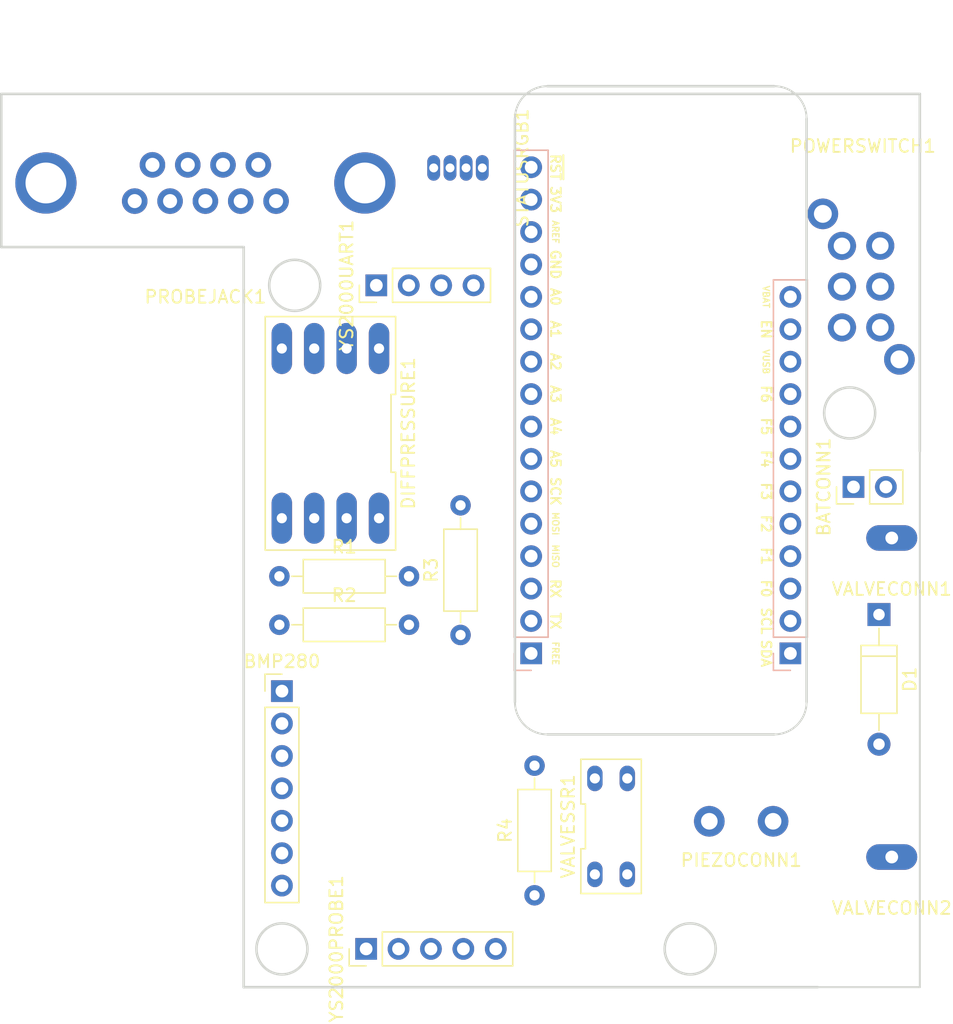
<source format=kicad_pcb>
(kicad_pcb (version 20171130) (host pcbnew 5.1.4-e60b266~84~ubuntu18.04.1)

  (general
    (thickness 1.6)
    (drawings 139)
    (tracks 0)
    (zones 0)
    (modules 23)
    (nets 29)
  )

  (page A4)
  (title_block
    (title WaveGlideNG)
  )

  (layers
    (0 F.Cu signal)
    (31 B.Cu signal)
    (32 B.Adhes user)
    (33 F.Adhes user)
    (34 B.Paste user)
    (35 F.Paste user)
    (36 B.SilkS user)
    (37 F.SilkS user)
    (38 B.Mask user)
    (39 F.Mask user)
    (40 Dwgs.User user)
    (41 Cmts.User user)
    (42 Eco1.User user)
    (43 Eco2.User user)
    (44 Edge.Cuts user)
    (45 Margin user)
    (46 B.CrtYd user)
    (47 F.CrtYd user)
    (48 B.Fab user)
    (49 F.Fab user)
  )

  (setup
    (last_trace_width 0.25)
    (trace_clearance 0.2)
    (zone_clearance 0.508)
    (zone_45_only no)
    (trace_min 0.2)
    (via_size 0.8)
    (via_drill 0.4)
    (via_min_size 0.4)
    (via_min_drill 0.3)
    (uvia_size 0.3)
    (uvia_drill 0.1)
    (uvias_allowed no)
    (uvia_min_size 0.2)
    (uvia_min_drill 0.1)
    (edge_width 0.15)
    (segment_width 0.2)
    (pcb_text_width 0.3)
    (pcb_text_size 1.5 1.5)
    (mod_edge_width 0.15)
    (mod_text_size 1 1)
    (mod_text_width 0.15)
    (pad_size 1.524 1.524)
    (pad_drill 0.762)
    (pad_to_mask_clearance 0.051)
    (solder_mask_min_width 0.25)
    (aux_axis_origin 0 0)
    (visible_elements FFFFFF7F)
    (pcbplotparams
      (layerselection 0x010fc_ffffffff)
      (usegerberextensions false)
      (usegerberattributes false)
      (usegerberadvancedattributes false)
      (creategerberjobfile false)
      (excludeedgelayer true)
      (linewidth 0.100000)
      (plotframeref false)
      (viasonmask false)
      (mode 1)
      (useauxorigin false)
      (hpglpennumber 1)
      (hpglpenspeed 20)
      (hpglpendiameter 15.000000)
      (psnegative false)
      (psa4output false)
      (plotreference true)
      (plotvalue true)
      (plotinvisibletext false)
      (padsonsilk false)
      (subtractmaskfromsilk false)
      (outputformat 1)
      (mirror false)
      (drillshape 1)
      (scaleselection 1)
      (outputdirectory ""))
  )

  (net 0 "")
  (net 1 /TX)
  (net 2 /RX)
  (net 3 /MISO)
  (net 4 /MOSI)
  (net 5 /SCK)
  (net 6 GND)
  (net 7 +3V3)
  (net 8 /VBAT)
  (net 9 OUT_BMP280_CS)
  (net 10 IN_DIFFPRES)
  (net 11 IN_USER2)
  (net 12 IN_USER1)
  (net 13 OUT_PIEZO1)
  (net 14 OUT_PIEZO2)
  (net 15 OUT_GREEN)
  (net 16 OUT_BLUE)
  (net 17 OUT_RED)
  (net 18 OUT_VALVE)
  (net 19 "Net-(D1-Pad1)")
  (net 20 "Net-(R1-Pad2)")
  (net 21 "Net-(R2-Pad2)")
  (net 22 "Net-(R3-Pad2)")
  (net 23 "Net-(R4-Pad1)")
  (net 24 PHOTO_CA)
  (net 25 PHOTO_AN)
  (net 26 RED_CA)
  (net 27 RED_AN)
  (net 28 POWERDISABLE)

  (net_class Default "This is the default net class."
    (clearance 0.2)
    (trace_width 0.25)
    (via_dia 0.8)
    (via_drill 0.4)
    (uvia_dia 0.3)
    (uvia_drill 0.1)
    (add_net +3V3)
    (add_net /MISO)
    (add_net /MOSI)
    (add_net /RX)
    (add_net /SCK)
    (add_net /TX)
    (add_net /VBAT)
    (add_net GND)
    (add_net IN_DIFFPRES)
    (add_net IN_USER1)
    (add_net IN_USER2)
    (add_net "Net-(D1-Pad1)")
    (add_net "Net-(R1-Pad2)")
    (add_net "Net-(R2-Pad2)")
    (add_net "Net-(R3-Pad2)")
    (add_net "Net-(R4-Pad1)")
    (add_net OUT_BLUE)
    (add_net OUT_BMP280_CS)
    (add_net OUT_GREEN)
    (add_net OUT_PIEZO1)
    (add_net OUT_PIEZO2)
    (add_net OUT_RED)
    (add_net OUT_VALVE)
    (add_net PHOTO_AN)
    (add_net PHOTO_CA)
    (add_net POWERDISABLE)
    (add_net RED_AN)
    (add_net RED_CA)
  )

  (net_class Power ""
    (clearance 0.4)
    (trace_width 0.75)
    (via_dia 0.8)
    (via_drill 0.4)
    (uvia_dia 0.3)
    (uvia_drill 0.1)
  )

  (module MountingHole:MountingHole_2.7mm_M2.5 locked (layer F.Cu) (tedit 5D377204) (tstamp 5D4FBE97)
    (at 136.785 123.8534 270)
    (descr "Mounting Hole 2.7mm, no annular, M2.5")
    (tags "mounting hole 2.7mm no annular m2.5")
    (attr virtual)
    (fp_text reference REF** (at 0 -3.7 90) (layer F.SilkS) hide
      (effects (font (size 1 1) (thickness 0.15)))
    )
    (fp_text value MountingHole_2.7mm_M2.5 (at 0 3.7 90) (layer F.Fab) hide
      (effects (font (size 1 1) (thickness 0.15)))
    )
    (fp_text user %R (at 0.3 0 90) (layer F.Fab) hide
      (effects (font (size 1 1) (thickness 0.15)))
    )
    (fp_circle (center 0 0) (end 2.7 0) (layer Cmts.User) (width 0.15))
    (fp_circle (center 0 0) (end 2.95 0) (layer F.CrtYd) (width 0.05))
    (pad 1 np_thru_hole circle (at 0 0 270) (size 2.7 2.7) (drill 2.7) (layers *.Cu *.Mask))
  )

  (module MountingHole:MountingHole_2.7mm_M2.5 locked (layer F.Cu) (tedit 5D377204) (tstamp 5D4FBE89)
    (at 119.005 123.8534 270)
    (descr "Mounting Hole 2.7mm, no annular, M2.5")
    (tags "mounting hole 2.7mm no annular m2.5")
    (attr virtual)
    (fp_text reference REF** (at 0 -3.7 90) (layer F.SilkS) hide
      (effects (font (size 1 1) (thickness 0.15)))
    )
    (fp_text value MountingHole_2.7mm_M2.5 (at 0 3.7 90) (layer F.Fab) hide
      (effects (font (size 1 1) (thickness 0.15)))
    )
    (fp_circle (center 0 0) (end 2.95 0) (layer F.CrtYd) (width 0.05))
    (fp_circle (center 0 0) (end 2.7 0) (layer Cmts.User) (width 0.15))
    (fp_text user %R (at 0.3 0 90) (layer F.Fab) hide
      (effects (font (size 1 1) (thickness 0.15)))
    )
    (pad 1 np_thru_hole circle (at 0 0 270) (size 2.7 2.7) (drill 2.7) (layers *.Cu *.Mask))
  )

  (module MountingHole:MountingHole_2.7mm_M2.5 locked (layer F.Cu) (tedit 5D377204) (tstamp 5D4FBE7B)
    (at 119.005 78.1334 270)
    (descr "Mounting Hole 2.7mm, no annular, M2.5")
    (tags "mounting hole 2.7mm no annular m2.5")
    (attr virtual)
    (fp_text reference REF** (at 0 -3.7 90) (layer F.SilkS) hide
      (effects (font (size 1 1) (thickness 0.15)))
    )
    (fp_text value MountingHole_2.7mm_M2.5 (at 0 3.7 90) (layer F.Fab) hide
      (effects (font (size 1 1) (thickness 0.15)))
    )
    (fp_text user %R (at 0.3 0 90) (layer F.Fab) hide
      (effects (font (size 1 1) (thickness 0.15)))
    )
    (fp_circle (center 0 0) (end 2.7 0) (layer Cmts.User) (width 0.15))
    (fp_circle (center 0 0) (end 2.95 0) (layer F.CrtYd) (width 0.05))
    (pad 1 np_thru_hole circle (at 0 0 270) (size 2.7 2.7) (drill 2.7) (layers *.Cu *.Mask))
  )

  (module MountingHole:MountingHole_2.7mm_M2.5 locked (layer F.Cu) (tedit 5D377204) (tstamp 5D4FBE61)
    (at 136.785 78.1334 270)
    (descr "Mounting Hole 2.7mm, no annular, M2.5")
    (tags "mounting hole 2.7mm no annular m2.5")
    (attr virtual)
    (fp_text reference REF** (at 0 -3.7 90) (layer F.SilkS) hide
      (effects (font (size 1 1) (thickness 0.15)))
    )
    (fp_text value MountingHole_2.7mm_M2.5 (at 0 3.7 90) (layer F.Fab) hide
      (effects (font (size 1 1) (thickness 0.15)))
    )
    (fp_circle (center 0 0) (end 2.95 0) (layer F.CrtYd) (width 0.05))
    (fp_circle (center 0 0) (end 2.7 0) (layer Cmts.User) (width 0.15))
    (fp_text user %R (at 0.3 0 90) (layer F.Fab) hide
      (effects (font (size 1 1) (thickness 0.15)))
    )
    (pad 1 np_thru_hole circle (at 0 0 270) (size 2.7 2.7) (drill 2.7) (layers *.Cu *.Mask))
  )

  (module Connector_PinHeader_2.54mm:PinHeader_1x16_P2.54mm_Vertical (layer B.Cu) (tedit 5D3772F9) (tstamp 5D4FBF56)
    (at 117.735 120.0434)
    (descr "Through hole straight pin header, 1x16, 2.54mm pitch, single row")
    (tags "Through hole pin header THT 1x16 2.54mm single row")
    (path /5D375C76)
    (fp_text reference FEATHERBLELONG1 (at 0 2.33) (layer B.SilkS) hide
      (effects (font (size 1 1) (thickness 0.15)) (justify mirror))
    )
    (fp_text value FEATHERBLELONG (at 0 -40.43) (layer B.Fab) hide
      (effects (font (size 1 1) (thickness 0.15)) (justify mirror))
    )
    (fp_line (start -0.635 1.27) (end 1.27 1.27) (layer B.Fab) (width 0.1))
    (fp_line (start 1.27 1.27) (end 1.27 -39.37) (layer B.Fab) (width 0.1))
    (fp_line (start 1.27 -39.37) (end -1.27 -39.37) (layer B.Fab) (width 0.1))
    (fp_line (start -1.27 -39.37) (end -1.27 0.635) (layer B.Fab) (width 0.1))
    (fp_line (start -1.27 0.635) (end -0.635 1.27) (layer B.Fab) (width 0.1))
    (fp_line (start -1.33 -39.43) (end 1.33 -39.43) (layer B.SilkS) (width 0.12))
    (fp_line (start -1.33 -1.27) (end -1.33 -39.43) (layer B.SilkS) (width 0.12))
    (fp_line (start 1.33 -1.27) (end 1.33 -39.43) (layer B.SilkS) (width 0.12))
    (fp_line (start -1.33 -1.27) (end 1.33 -1.27) (layer B.SilkS) (width 0.12))
    (fp_line (start -1.33 0) (end -1.33 1.33) (layer B.SilkS) (width 0.12))
    (fp_line (start -1.33 1.33) (end 0 1.33) (layer B.SilkS) (width 0.12))
    (fp_line (start -1.8 1.8) (end -1.8 -39.9) (layer B.CrtYd) (width 0.05))
    (fp_line (start -1.8 -39.9) (end 1.8 -39.9) (layer B.CrtYd) (width 0.05))
    (fp_line (start 1.8 -39.9) (end 1.8 1.8) (layer B.CrtYd) (width 0.05))
    (fp_line (start 1.8 1.8) (end -1.8 1.8) (layer B.CrtYd) (width 0.05))
    (fp_text user %R (at 0 -19.05 90) (layer B.Fab)
      (effects (font (size 1 1) (thickness 0.15)) (justify mirror))
    )
    (pad 1 thru_hole rect (at 0 0) (size 1.7 1.7) (drill 1) (layers *.Cu *.Mask))
    (pad 2 thru_hole oval (at 0 -2.54) (size 1.7 1.7) (drill 1) (layers *.Cu *.Mask)
      (net 1 /TX))
    (pad 3 thru_hole oval (at 0 -5.08) (size 1.7 1.7) (drill 1) (layers *.Cu *.Mask)
      (net 2 /RX))
    (pad 4 thru_hole oval (at 0 -7.62) (size 1.7 1.7) (drill 1) (layers *.Cu *.Mask)
      (net 3 /MISO))
    (pad 5 thru_hole oval (at 0 -10.16) (size 1.7 1.7) (drill 1) (layers *.Cu *.Mask)
      (net 4 /MOSI))
    (pad 6 thru_hole oval (at 0 -12.7) (size 1.7 1.7) (drill 1) (layers *.Cu *.Mask)
      (net 5 /SCK))
    (pad 7 thru_hole oval (at 0 -15.24) (size 1.7 1.7) (drill 1) (layers *.Cu *.Mask)
      (net 9 OUT_BMP280_CS))
    (pad 8 thru_hole oval (at 0 -17.78) (size 1.7 1.7) (drill 1) (layers *.Cu *.Mask)
      (net 10 IN_DIFFPRES))
    (pad 9 thru_hole oval (at 0 -20.32) (size 1.7 1.7) (drill 1) (layers *.Cu *.Mask))
    (pad 10 thru_hole oval (at 0 -22.86) (size 1.7 1.7) (drill 1) (layers *.Cu *.Mask)
      (net 11 IN_USER2))
    (pad 11 thru_hole oval (at 0 -25.4) (size 1.7 1.7) (drill 1) (layers *.Cu *.Mask)
      (net 12 IN_USER1))
    (pad 12 thru_hole oval (at 0 -27.94) (size 1.7 1.7) (drill 1) (layers *.Cu *.Mask))
    (pad 13 thru_hole oval (at 0 -30.48) (size 1.7 1.7) (drill 1) (layers *.Cu *.Mask)
      (net 6 GND))
    (pad 14 thru_hole oval (at 0 -33.02) (size 1.7 1.7) (drill 1) (layers *.Cu *.Mask))
    (pad 15 thru_hole oval (at 0 -35.56) (size 1.7 1.7) (drill 1) (layers *.Cu *.Mask)
      (net 7 +3V3))
    (pad 16 thru_hole oval (at 0 -38.1) (size 1.7 1.7) (drill 1) (layers *.Cu *.Mask))
    (model ${KISYS3DMOD}/Connector_PinHeader_2.54mm.3dshapes/PinHeader_1x16_P2.54mm_Vertical.wrl
      (at (xyz 0 0 0))
      (scale (xyz 1 1 1))
      (rotate (xyz 0 0 0))
    )
  )

  (module Connector_PinHeader_2.54mm:PinHeader_1x12_P2.54mm_Vertical (layer B.Cu) (tedit 5D3772F5) (tstamp 5D4FBF76)
    (at 138.055 120.0434)
    (descr "Through hole straight pin header, 1x12, 2.54mm pitch, single row")
    (tags "Through hole pin header THT 1x12 2.54mm single row")
    (path /5D375CC4)
    (fp_text reference FEATHERBLESHORT1 (at 0 2.33) (layer B.SilkS) hide
      (effects (font (size 1 1) (thickness 0.15)) (justify mirror))
    )
    (fp_text value FEATHERBLESHORT (at 0 -30.27) (layer B.Fab) hide
      (effects (font (size 1 1) (thickness 0.15)) (justify mirror))
    )
    (fp_line (start -0.635 1.27) (end 1.27 1.27) (layer B.Fab) (width 0.1))
    (fp_line (start 1.27 1.27) (end 1.27 -29.21) (layer B.Fab) (width 0.1))
    (fp_line (start 1.27 -29.21) (end -1.27 -29.21) (layer B.Fab) (width 0.1))
    (fp_line (start -1.27 -29.21) (end -1.27 0.635) (layer B.Fab) (width 0.1))
    (fp_line (start -1.27 0.635) (end -0.635 1.27) (layer B.Fab) (width 0.1))
    (fp_line (start -1.33 -29.27) (end 1.33 -29.27) (layer B.SilkS) (width 0.12))
    (fp_line (start -1.33 -1.27) (end -1.33 -29.27) (layer B.SilkS) (width 0.12))
    (fp_line (start 1.33 -1.27) (end 1.33 -29.27) (layer B.SilkS) (width 0.12))
    (fp_line (start -1.33 -1.27) (end 1.33 -1.27) (layer B.SilkS) (width 0.12))
    (fp_line (start -1.33 0) (end -1.33 1.33) (layer B.SilkS) (width 0.12))
    (fp_line (start -1.33 1.33) (end 0 1.33) (layer B.SilkS) (width 0.12))
    (fp_line (start -1.8 1.8) (end -1.8 -29.75) (layer B.CrtYd) (width 0.05))
    (fp_line (start -1.8 -29.75) (end 1.8 -29.75) (layer B.CrtYd) (width 0.05))
    (fp_line (start 1.8 -29.75) (end 1.8 1.8) (layer B.CrtYd) (width 0.05))
    (fp_line (start 1.8 1.8) (end -1.8 1.8) (layer B.CrtYd) (width 0.05))
    (fp_text user %R (at 0 -13.97 90) (layer B.Fab)
      (effects (font (size 1 1) (thickness 0.15)) (justify mirror))
    )
    (pad 1 thru_hole rect (at 0 0) (size 1.7 1.7) (drill 1) (layers *.Cu *.Mask))
    (pad 2 thru_hole oval (at 0 -2.54) (size 1.7 1.7) (drill 1) (layers *.Cu *.Mask))
    (pad 3 thru_hole oval (at 0 -5.08) (size 1.7 1.7) (drill 1) (layers *.Cu *.Mask)
      (net 13 OUT_PIEZO1))
    (pad 4 thru_hole oval (at 0 -7.62) (size 1.7 1.7) (drill 1) (layers *.Cu *.Mask)
      (net 14 OUT_PIEZO2))
    (pad 5 thru_hole oval (at 0 -10.16) (size 1.7 1.7) (drill 1) (layers *.Cu *.Mask))
    (pad 6 thru_hole oval (at 0 -12.7) (size 1.7 1.7) (drill 1) (layers *.Cu *.Mask)
      (net 15 OUT_GREEN))
    (pad 7 thru_hole oval (at 0 -15.24) (size 1.7 1.7) (drill 1) (layers *.Cu *.Mask)
      (net 16 OUT_BLUE))
    (pad 8 thru_hole oval (at 0 -17.78) (size 1.7 1.7) (drill 1) (layers *.Cu *.Mask)
      (net 17 OUT_RED))
    (pad 9 thru_hole oval (at 0 -20.32) (size 1.7 1.7) (drill 1) (layers *.Cu *.Mask)
      (net 18 OUT_VALVE))
    (pad 10 thru_hole oval (at 0 -22.86) (size 1.7 1.7) (drill 1) (layers *.Cu *.Mask))
    (pad 11 thru_hole oval (at 0 -25.4) (size 1.7 1.7) (drill 1) (layers *.Cu *.Mask)
      (net 28 POWERDISABLE))
    (pad 12 thru_hole oval (at 0 -27.94) (size 1.7 1.7) (drill 1) (layers *.Cu *.Mask)
      (net 8 /VBAT))
    (model ${KISYS3DMOD}/Connector_PinHeader_2.54mm.3dshapes/PinHeader_1x12_P2.54mm_Vertical.wrl
      (at (xyz 0 0 0))
      (scale (xyz 1 1 1))
      (rotate (xyz 0 0 0))
    )
  )

  (module Pin_Headers:Pin_Header_Straight_1x02_Pitch2.54mm (layer F.Cu) (tedit 59650532) (tstamp 5D7B94F9)
    (at 143 107 90)
    (descr "Through hole straight pin header, 1x02, 2.54mm pitch, single row")
    (tags "Through hole pin header THT 1x02 2.54mm single row")
    (path /5D7CE8BD)
    (fp_text reference BATCONN1 (at 0 -2.33 90) (layer F.SilkS)
      (effects (font (size 1 1) (thickness 0.15)))
    )
    (fp_text value BATCONN (at 0 4.87 90) (layer F.Fab)
      (effects (font (size 1 1) (thickness 0.15)))
    )
    (fp_text user %R (at 0 1.27) (layer F.Fab)
      (effects (font (size 1 1) (thickness 0.15)))
    )
    (fp_line (start 1.8 -1.8) (end -1.8 -1.8) (layer F.CrtYd) (width 0.05))
    (fp_line (start 1.8 4.35) (end 1.8 -1.8) (layer F.CrtYd) (width 0.05))
    (fp_line (start -1.8 4.35) (end 1.8 4.35) (layer F.CrtYd) (width 0.05))
    (fp_line (start -1.8 -1.8) (end -1.8 4.35) (layer F.CrtYd) (width 0.05))
    (fp_line (start -1.33 -1.33) (end 0 -1.33) (layer F.SilkS) (width 0.12))
    (fp_line (start -1.33 0) (end -1.33 -1.33) (layer F.SilkS) (width 0.12))
    (fp_line (start -1.33 1.27) (end 1.33 1.27) (layer F.SilkS) (width 0.12))
    (fp_line (start 1.33 1.27) (end 1.33 3.87) (layer F.SilkS) (width 0.12))
    (fp_line (start -1.33 1.27) (end -1.33 3.87) (layer F.SilkS) (width 0.12))
    (fp_line (start -1.33 3.87) (end 1.33 3.87) (layer F.SilkS) (width 0.12))
    (fp_line (start -1.27 -0.635) (end -0.635 -1.27) (layer F.Fab) (width 0.1))
    (fp_line (start -1.27 3.81) (end -1.27 -0.635) (layer F.Fab) (width 0.1))
    (fp_line (start 1.27 3.81) (end -1.27 3.81) (layer F.Fab) (width 0.1))
    (fp_line (start 1.27 -1.27) (end 1.27 3.81) (layer F.Fab) (width 0.1))
    (fp_line (start -0.635 -1.27) (end 1.27 -1.27) (layer F.Fab) (width 0.1))
    (pad 2 thru_hole oval (at 0 2.54 90) (size 1.7 1.7) (drill 1) (layers *.Cu *.Mask)
      (net 6 GND))
    (pad 1 thru_hole rect (at 0 0 90) (size 1.7 1.7) (drill 1) (layers *.Cu *.Mask)
      (net 8 /VBAT))
    (model ${KISYS3DMOD}/Pin_Headers.3dshapes/Pin_Header_Straight_1x02_Pitch2.54mm.wrl
      (at (xyz 0 0 0))
      (scale (xyz 1 1 1))
      (rotate (xyz 0 0 0))
    )
  )

  (module Pin_Headers:Pin_Header_Straight_1x07_Pitch2.54mm (layer F.Cu) (tedit 59650532) (tstamp 5D7B9955)
    (at 98.2 123)
    (descr "Through hole straight pin header, 1x07, 2.54mm pitch, single row")
    (tags "Through hole pin header THT 1x07 2.54mm single row")
    (path /5D7C07D6)
    (fp_text reference BMP280 (at 0 -2.33) (layer F.SilkS)
      (effects (font (size 1 1) (thickness 0.15)))
    )
    (fp_text value BMP280 (at 0 17.57) (layer F.Fab)
      (effects (font (size 1 1) (thickness 0.15)))
    )
    (fp_line (start -0.635 -1.27) (end 1.27 -1.27) (layer F.Fab) (width 0.1))
    (fp_line (start 1.27 -1.27) (end 1.27 16.51) (layer F.Fab) (width 0.1))
    (fp_line (start 1.27 16.51) (end -1.27 16.51) (layer F.Fab) (width 0.1))
    (fp_line (start -1.27 16.51) (end -1.27 -0.635) (layer F.Fab) (width 0.1))
    (fp_line (start -1.27 -0.635) (end -0.635 -1.27) (layer F.Fab) (width 0.1))
    (fp_line (start -1.33 16.57) (end 1.33 16.57) (layer F.SilkS) (width 0.12))
    (fp_line (start -1.33 1.27) (end -1.33 16.57) (layer F.SilkS) (width 0.12))
    (fp_line (start 1.33 1.27) (end 1.33 16.57) (layer F.SilkS) (width 0.12))
    (fp_line (start -1.33 1.27) (end 1.33 1.27) (layer F.SilkS) (width 0.12))
    (fp_line (start -1.33 0) (end -1.33 -1.33) (layer F.SilkS) (width 0.12))
    (fp_line (start -1.33 -1.33) (end 0 -1.33) (layer F.SilkS) (width 0.12))
    (fp_line (start -1.8 -1.8) (end -1.8 17.05) (layer F.CrtYd) (width 0.05))
    (fp_line (start -1.8 17.05) (end 1.8 17.05) (layer F.CrtYd) (width 0.05))
    (fp_line (start 1.8 17.05) (end 1.8 -1.8) (layer F.CrtYd) (width 0.05))
    (fp_line (start 1.8 -1.8) (end -1.8 -1.8) (layer F.CrtYd) (width 0.05))
    (fp_text user %R (at 0 7.62 90) (layer F.Fab)
      (effects (font (size 1 1) (thickness 0.15)))
    )
    (pad 1 thru_hole rect (at 0 0) (size 1.7 1.7) (drill 1) (layers *.Cu *.Mask)
      (net 7 +3V3))
    (pad 2 thru_hole oval (at 0 2.54) (size 1.7 1.7) (drill 1) (layers *.Cu *.Mask))
    (pad 3 thru_hole oval (at 0 5.08) (size 1.7 1.7) (drill 1) (layers *.Cu *.Mask)
      (net 6 GND))
    (pad 4 thru_hole oval (at 0 7.62) (size 1.7 1.7) (drill 1) (layers *.Cu *.Mask)
      (net 5 /SCK))
    (pad 5 thru_hole oval (at 0 10.16) (size 1.7 1.7) (drill 1) (layers *.Cu *.Mask)
      (net 3 /MISO))
    (pad 6 thru_hole oval (at 0 12.7) (size 1.7 1.7) (drill 1) (layers *.Cu *.Mask)
      (net 4 /MOSI))
    (pad 7 thru_hole oval (at 0 15.24) (size 1.7 1.7) (drill 1) (layers *.Cu *.Mask)
      (net 9 OUT_BMP280_CS))
    (model ${KISYS3DMOD}/Pin_Headers.3dshapes/Pin_Header_Straight_1x07_Pitch2.54mm.wrl
      (at (xyz 0 0 0))
      (scale (xyz 1 1 1))
      (rotate (xyz 0 0 0))
    )
  )

  (module Pin_Headers:Pin_Header_Straight_1x04_Pitch2.54mm (layer F.Cu) (tedit 59650532) (tstamp 5D7B9F75)
    (at 105.6 91.2 90)
    (descr "Through hole straight pin header, 1x04, 2.54mm pitch, single row")
    (tags "Through hole pin header THT 1x04 2.54mm single row")
    (path /5D7BE5D0)
    (fp_text reference YS2000UART1 (at 0 -2.33 90) (layer F.SilkS)
      (effects (font (size 1 1) (thickness 0.15)))
    )
    (fp_text value YS2000UART (at 0 9.95 90) (layer F.Fab)
      (effects (font (size 1 1) (thickness 0.15)))
    )
    (fp_text user %R (at 0 3.81) (layer F.Fab)
      (effects (font (size 1 1) (thickness 0.15)))
    )
    (fp_line (start 1.8 -1.8) (end -1.8 -1.8) (layer F.CrtYd) (width 0.05))
    (fp_line (start 1.8 9.4) (end 1.8 -1.8) (layer F.CrtYd) (width 0.05))
    (fp_line (start -1.8 9.4) (end 1.8 9.4) (layer F.CrtYd) (width 0.05))
    (fp_line (start -1.8 -1.8) (end -1.8 9.4) (layer F.CrtYd) (width 0.05))
    (fp_line (start -1.33 -1.33) (end 0 -1.33) (layer F.SilkS) (width 0.12))
    (fp_line (start -1.33 0) (end -1.33 -1.33) (layer F.SilkS) (width 0.12))
    (fp_line (start -1.33 1.27) (end 1.33 1.27) (layer F.SilkS) (width 0.12))
    (fp_line (start 1.33 1.27) (end 1.33 8.95) (layer F.SilkS) (width 0.12))
    (fp_line (start -1.33 1.27) (end -1.33 8.95) (layer F.SilkS) (width 0.12))
    (fp_line (start -1.33 8.95) (end 1.33 8.95) (layer F.SilkS) (width 0.12))
    (fp_line (start -1.27 -0.635) (end -0.635 -1.27) (layer F.Fab) (width 0.1))
    (fp_line (start -1.27 8.89) (end -1.27 -0.635) (layer F.Fab) (width 0.1))
    (fp_line (start 1.27 8.89) (end -1.27 8.89) (layer F.Fab) (width 0.1))
    (fp_line (start 1.27 -1.27) (end 1.27 8.89) (layer F.Fab) (width 0.1))
    (fp_line (start -0.635 -1.27) (end 1.27 -1.27) (layer F.Fab) (width 0.1))
    (pad 4 thru_hole oval (at 0 7.62 90) (size 1.7 1.7) (drill 1) (layers *.Cu *.Mask)
      (net 7 +3V3))
    (pad 3 thru_hole oval (at 0 5.08 90) (size 1.7 1.7) (drill 1) (layers *.Cu *.Mask)
      (net 6 GND))
    (pad 2 thru_hole oval (at 0 2.54 90) (size 1.7 1.7) (drill 1) (layers *.Cu *.Mask)
      (net 2 /RX))
    (pad 1 thru_hole rect (at 0 0 90) (size 1.7 1.7) (drill 1) (layers *.Cu *.Mask)
      (net 1 /TX))
    (model ${KISYS3DMOD}/Pin_Headers.3dshapes/Pin_Header_Straight_1x04_Pitch2.54mm.wrl
      (at (xyz 0 0 0))
      (scale (xyz 1 1 1))
      (rotate (xyz 0 0 0))
    )
  )

  (module Pin_Headers:Pin_Header_Straight_1x05_Pitch2.54mm (layer F.Cu) (tedit 59650532) (tstamp 5D7D6096)
    (at 104.8 143.2 90)
    (descr "Through hole straight pin header, 1x05, 2.54mm pitch, single row")
    (tags "Through hole pin header THT 1x05 2.54mm single row")
    (path /5D7BEFF5)
    (fp_text reference YS2000PROBE1 (at 0 -2.33 90) (layer F.SilkS)
      (effects (font (size 1 1) (thickness 0.15)))
    )
    (fp_text value YS2000PROBE (at 0 12.49 90) (layer F.Fab)
      (effects (font (size 1 1) (thickness 0.15)))
    )
    (fp_text user %R (at 0 5.08) (layer F.Fab)
      (effects (font (size 1 1) (thickness 0.15)))
    )
    (fp_line (start 1.8 -1.8) (end -1.8 -1.8) (layer F.CrtYd) (width 0.05))
    (fp_line (start 1.8 11.95) (end 1.8 -1.8) (layer F.CrtYd) (width 0.05))
    (fp_line (start -1.8 11.95) (end 1.8 11.95) (layer F.CrtYd) (width 0.05))
    (fp_line (start -1.8 -1.8) (end -1.8 11.95) (layer F.CrtYd) (width 0.05))
    (fp_line (start -1.33 -1.33) (end 0 -1.33) (layer F.SilkS) (width 0.12))
    (fp_line (start -1.33 0) (end -1.33 -1.33) (layer F.SilkS) (width 0.12))
    (fp_line (start -1.33 1.27) (end 1.33 1.27) (layer F.SilkS) (width 0.12))
    (fp_line (start 1.33 1.27) (end 1.33 11.49) (layer F.SilkS) (width 0.12))
    (fp_line (start -1.33 1.27) (end -1.33 11.49) (layer F.SilkS) (width 0.12))
    (fp_line (start -1.33 11.49) (end 1.33 11.49) (layer F.SilkS) (width 0.12))
    (fp_line (start -1.27 -0.635) (end -0.635 -1.27) (layer F.Fab) (width 0.1))
    (fp_line (start -1.27 11.43) (end -1.27 -0.635) (layer F.Fab) (width 0.1))
    (fp_line (start 1.27 11.43) (end -1.27 11.43) (layer F.Fab) (width 0.1))
    (fp_line (start 1.27 -1.27) (end 1.27 11.43) (layer F.Fab) (width 0.1))
    (fp_line (start -0.635 -1.27) (end 1.27 -1.27) (layer F.Fab) (width 0.1))
    (pad 5 thru_hole oval (at 0 10.16 90) (size 1.7 1.7) (drill 1) (layers *.Cu *.Mask)
      (net 24 PHOTO_CA))
    (pad 4 thru_hole oval (at 0 7.62 90) (size 1.7 1.7) (drill 1) (layers *.Cu *.Mask)
      (net 25 PHOTO_AN))
    (pad 3 thru_hole oval (at 0 5.08 90) (size 1.7 1.7) (drill 1) (layers *.Cu *.Mask)
      (net 6 GND))
    (pad 2 thru_hole oval (at 0 2.54 90) (size 1.7 1.7) (drill 1) (layers *.Cu *.Mask)
      (net 26 RED_CA))
    (pad 1 thru_hole rect (at 0 0 90) (size 1.7 1.7) (drill 1) (layers *.Cu *.Mask)
      (net 27 RED_AN))
    (model ${KISYS3DMOD}/Pin_Headers.3dshapes/Pin_Header_Straight_1x05_Pitch2.54mm.wrl
      (at (xyz 0 0 0))
      (scale (xyz 1 1 1))
      (rotate (xyz 0 0 0))
    )
  )

  (module WaveGlideNG:TE_Switch (layer F.Cu) (tedit 5D7BAAC7) (tstamp 5D7BAF3E)
    (at 146.6 97)
    (path /5DD26A59)
    (fp_text reference POWERSWITCH1 (at -2.8702 -16.7132) (layer F.SilkS)
      (effects (font (size 1 1) (thickness 0.15)))
    )
    (fp_text value POWERSWITCH (at -3.048 -19.558) (layer F.Fab)
      (effects (font (size 1 1) (thickness 0.15)))
    )
    (fp_line (start -7.112 -12.7) (end -7.112 1.27) (layer Dwgs.User) (width 0.12))
    (fp_line (start 1.016 -12.7) (end 1.016 1.27) (layer Dwgs.User) (width 0.12))
    (fp_line (start -6.096 -27.94) (end 0 -27.94) (layer Dwgs.User) (width 0.12))
    (fp_line (start -6.096 -12.7) (end -6.096 -27.94) (layer Dwgs.User) (width 0.12))
    (fp_line (start 0 -27.94) (end 0 -12.7) (layer Dwgs.User) (width 0.12))
    (fp_line (start -7.112 1.27) (end 1.016 1.27) (layer Dwgs.User) (width 0.12))
    (fp_line (start 0 -12.7) (end 1.016 -12.7) (layer Dwgs.User) (width 0.12))
    (fp_line (start -7.112 -12.7) (end -6.096 -12.7) (layer Dwgs.User) (width 0.12))
    (pad 1 thru_hole circle (at -4.5 -2.5) (size 2.2 2.2) (drill 1.3) (layers *.Cu *.Mask)
      (net 28 POWERDISABLE))
    (pad 2 thru_hole circle (at -4.5 -5.7) (size 2.2 2.2) (drill 1.3) (layers *.Cu *.Mask)
      (net 6 GND))
    (pad 3 thru_hole circle (at -4.5 -8.89) (size 2.2 2.2) (drill 1.3) (layers *.Cu *.Mask))
    (pad 4 thru_hole circle (at -1.5 -2.5) (size 2.2 2.2) (drill 1.3) (layers *.Cu *.Mask))
    (pad 5 thru_hole circle (at -1.5 -5.7) (size 2.2 2.2) (drill 1.3) (layers *.Cu *.Mask))
    (pad 6 thru_hole circle (at -1.5 -8.9) (size 2.2 2.2) (drill 1.3) (layers *.Cu *.Mask))
    (pad 7 thru_hole circle (at -6 -11.4) (size 2.4 2.4) (drill 1.4) (layers *.Cu *.Mask))
    (pad 8 thru_hole circle (at 0 0) (size 2.4 2.4) (drill 1.4) (layers *.Cu *.Mask))
  )

  (module WaveGlideNG:DIFFPRESS (layer F.Cu) (tedit 5D7BAC5C) (tstamp 5D7D51C3)
    (at 102 102.8 180)
    (descr SSCMRRN001PDAA3)
    (path /5D8F224A)
    (fp_text reference DIFFPRESSURE1 (at -6.11 0 90) (layer F.SilkS)
      (effects (font (size 1 1) (thickness 0.15)))
    )
    (fp_text value PressSensor (at 0 0) (layer F.Fab)
      (effects (font (size 1 1) (thickness 0.15)))
    )
    (fp_line (start -5.11 9.15) (end 5.109999 9.15) (layer F.SilkS) (width 0.12))
    (fp_line (start 5.109999 9.15) (end 5.11 -9.15) (layer F.SilkS) (width 0.12))
    (fp_line (start 5.11 -9.15) (end -5.109999 -9.15) (layer F.SilkS) (width 0.12))
    (fp_line (start -5.109999 -9.15) (end -5.11 -3.05) (layer F.SilkS) (width 0.12))
    (fp_line (start -5.11 -3.05) (end -4.75 -3.05) (layer F.SilkS) (width 0.12))
    (fp_line (start -4.75 -3.05) (end -4.75 3.049999) (layer F.SilkS) (width 0.12))
    (fp_line (start -4.75 3.049999) (end -5.11 3.049999) (layer F.SilkS) (width 0.12))
    (fp_line (start -5.11 3.049999) (end -5.11 9.15) (layer F.SilkS) (width 0.12))
    (fp_line (start -4.86 -8.9) (end 4.86 -8.9) (layer F.CrtYd) (width 0.05))
    (fp_line (start 4.86 -8.9) (end 4.86 8.9) (layer F.CrtYd) (width 0.05))
    (fp_line (start 4.86 8.9) (end -4.86 8.9) (layer F.CrtYd) (width 0.05))
    (fp_line (start -4.86 8.9) (end -4.86 -8.9) (layer F.CrtYd) (width 0.05))
    (pad 8 thru_hole oval (at -3.81 -6.65 180) (size 1.6 4) (drill 0.8) (layers *.Cu *.Mask))
    (pad 1 thru_hole oval (at -3.81 6.65 180) (size 1.6 4) (drill 0.8) (layers *.Cu *.Mask))
    (pad 7 thru_hole oval (at -1.27 -6.65 180) (size 1.6 4) (drill 0.8) (layers *.Cu *.Mask))
    (pad 2 thru_hole oval (at -1.27 6.65 180) (size 1.6 4) (drill 0.8) (layers *.Cu *.Mask)
      (net 7 +3V3))
    (pad 6 thru_hole oval (at 1.27 -6.65 180) (size 1.6 4) (drill 0.8) (layers *.Cu *.Mask))
    (pad 3 thru_hole oval (at 1.27 6.65 180) (size 1.6 4) (drill 0.8) (layers *.Cu *.Mask)
      (net 10 IN_DIFFPRES))
    (pad 5 thru_hole oval (at 3.81 -6.65 180) (size 1.6 4) (drill 0.8) (layers *.Cu *.Mask))
    (pad 4 thru_hole oval (at 3.81 6.65 180) (size 1.6 4) (drill 0.8) (layers *.Cu *.Mask)
      (net 6 GND))
  )

  (module WaveGlideNG:PIEZO (layer F.Cu) (tedit 5D7BAE85) (tstamp 5D7BB1A8)
    (at 134.2 133.2)
    (path /5D7D39D8)
    (fp_text reference PIEZOCONN1 (at 0 3.048) (layer F.SilkS)
      (effects (font (size 1 1) (thickness 0.15)))
    )
    (fp_text value PIEZOCONN (at 0 -3.302) (layer F.Fab)
      (effects (font (size 1 1) (thickness 0.15)))
    )
    (fp_circle (center 0 0) (end 6.096 0) (layer Dwgs.User) (width 0.12))
    (pad 1 thru_hole circle (at -2.5 0) (size 2.4 2.4) (drill 1.3) (layers *.Cu *.Mask)
      (net 13 OUT_PIEZO1))
    (pad 2 thru_hole circle (at 2.5 0) (size 2.4 2.4) (drill 1.3) (layers *.Cu *.Mask)
      (net 14 OUT_PIEZO2))
  )

  (module WaveGlideNG:DB9HARTING (layer F.Cu) (tedit 5D7BB8B1) (tstamp 5D7D5D2D)
    (at 92.2 84.6 180)
    (descr 617-09681537611)
    (path /5D7C2ECE)
    (fp_text reference PROBEJACK1 (at 0 -7.5) (layer F.SilkS)
      (effects (font (size 1 1) (thickness 0.15)))
    )
    (fp_text value PROBEJACK (at 0 -10) (layer F.Fab)
      (effects (font (size 1 1) (thickness 0.15)))
    )
    (fp_line (start -8.2 9.5) (end -8.2 15.7) (layer Dwgs.User) (width 0.12))
    (fp_line (start 8.2 9.5) (end 8.2 15.7) (layer Dwgs.User) (width 0.12))
    (fp_line (start 8.2 15.7) (end -8.2 15.7) (layer Dwgs.User) (width 0.12))
    (fp_line (start 0 9.5) (end -15.5 9.5) (layer Dwgs.User) (width 0.12))
    (fp_line (start 0 9.5) (end 15.5 9.5) (layer Dwgs.User) (width 0.12))
    (fp_line (start 15.5 -1.08) (end -15.5 -1.08) (layer Dwgs.User) (width 0.12))
    (fp_line (start -15.5 -1.08) (end -15.5 9.5) (layer Dwgs.User) (width 0.12))
    (fp_line (start 15.5 -1.08) (end 15.5 9.5) (layer Dwgs.User) (width 0.12))
    (pad 1 thru_hole circle (at 5.54 0 180) (size 2 2) (drill 1.1) (layers *.Cu *.Mask)
      (net 6 GND))
    (pad 2 thru_hole circle (at 2.77 0 180) (size 2 2) (drill 1.1) (layers *.Cu *.Mask)
      (net 26 RED_CA))
    (pad 3 thru_hole circle (at 0 0 180) (size 2 2) (drill 1.1) (layers *.Cu *.Mask)
      (net 27 RED_AN))
    (pad 4 thru_hole circle (at -2.77 0 180) (size 2 2) (drill 1.1) (layers *.Cu *.Mask)
      (net 12 IN_USER1))
    (pad 5 thru_hole circle (at -5.54 0 180) (size 2 2) (drill 1.1) (layers *.Cu *.Mask)
      (net 25 PHOTO_AN))
    (pad 6 thru_hole circle (at 4.15 2.84 180) (size 2 2) (drill 1.1) (layers *.Cu *.Mask)
      (net 6 GND))
    (pad 7 thru_hole circle (at 1.38 2.84 180) (size 2 2) (drill 1.1) (layers *.Cu *.Mask)
      (net 6 GND))
    (pad 8 thru_hole circle (at -1.38 2.84 180) (size 2 2) (drill 1.1) (layers *.Cu *.Mask)
      (net 11 IN_USER2))
    (pad 9 thru_hole circle (at -4.15 2.84 180) (size 2 2) (drill 1.1) (layers *.Cu *.Mask)
      (net 24 PHOTO_CA))
    (pad 10 thru_hole circle (at 12.5 1.42 180) (size 4.8 4.8) (drill 3.2) (layers *.Cu *.Mask))
    (pad 11 thru_hole circle (at -12.5 1.42 180) (size 4.8 4.8) (drill 3.2) (layers *.Cu *.Mask))
  )

  (module WaveGlideNG:RGBA_5mm (layer F.Cu) (tedit 5D7BBD87) (tstamp 5D7BBF11)
    (at 112 82 90)
    (descr 604-WP154A43VBDZGWCA)
    (path /5D9103E6)
    (fp_text reference STATUSRGB1 (at 0 5 90) (layer F.SilkS)
      (effects (font (size 1 1) (thickness 0.15)))
    )
    (fp_text value STATUSRGB (at 0 -5 90) (layer F.Fab)
      (effects (font (size 1 1) (thickness 0.15)))
    )
    (fp_circle (center 0 0) (end 3 0) (layer Dwgs.User) (width 0.12))
    (fp_line (start -1.5 -2.6) (end 1.5 -2.6) (layer Dwgs.User) (width 0.12))
    (pad 1 thru_hole oval (at 0 -1.905 90) (size 2 1) (drill 0.7) (layers *.Cu *.Mask)
      (net 20 "Net-(R1-Pad2)"))
    (pad 2 thru_hole oval (at 0 -0.625 90) (size 2 1) (drill 0.7) (layers *.Cu *.Mask)
      (net 7 +3V3))
    (pad 3 thru_hole oval (at 0 0.635 90) (size 2 1) (drill 0.7) (layers *.Cu *.Mask)
      (net 21 "Net-(R2-Pad2)"))
    (pad 4 thru_hole oval (at 0 1.905 90) (size 2 1) (drill 0.7) (layers *.Cu *.Mask)
      (net 22 "Net-(R3-Pad2)"))
  )

  (module Diodes_ThroughHole:D_A-405_P10.16mm_Horizontal (layer F.Cu) (tedit 5921392E) (tstamp 5D7D4E24)
    (at 145 117 270)
    (descr "D, A-405 series, Axial, Horizontal, pin pitch=10.16mm, , length*diameter=5.2*2.7mm^2, , http://www.diodes.com/_files/packages/A-405.pdf")
    (tags "D A-405 series Axial Horizontal pin pitch 10.16mm  length 5.2mm diameter 2.7mm")
    (path /5D7CBF0A)
    (fp_text reference D1 (at 5.08 -2.41 90) (layer F.SilkS)
      (effects (font (size 1 1) (thickness 0.15)))
    )
    (fp_text value D (at 5.08 2.41 90) (layer F.Fab)
      (effects (font (size 1 1) (thickness 0.15)))
    )
    (fp_line (start 11.35 -1.7) (end -1.15 -1.7) (layer F.CrtYd) (width 0.05))
    (fp_line (start 11.35 1.7) (end 11.35 -1.7) (layer F.CrtYd) (width 0.05))
    (fp_line (start -1.15 1.7) (end 11.35 1.7) (layer F.CrtYd) (width 0.05))
    (fp_line (start -1.15 -1.7) (end -1.15 1.7) (layer F.CrtYd) (width 0.05))
    (fp_line (start 3.26 -1.41) (end 3.26 1.41) (layer F.SilkS) (width 0.12))
    (fp_line (start 9.08 0) (end 7.74 0) (layer F.SilkS) (width 0.12))
    (fp_line (start 1.08 0) (end 2.42 0) (layer F.SilkS) (width 0.12))
    (fp_line (start 7.74 -1.41) (end 2.42 -1.41) (layer F.SilkS) (width 0.12))
    (fp_line (start 7.74 1.41) (end 7.74 -1.41) (layer F.SilkS) (width 0.12))
    (fp_line (start 2.42 1.41) (end 7.74 1.41) (layer F.SilkS) (width 0.12))
    (fp_line (start 2.42 -1.41) (end 2.42 1.41) (layer F.SilkS) (width 0.12))
    (fp_line (start 3.26 -1.35) (end 3.26 1.35) (layer F.Fab) (width 0.1))
    (fp_line (start 10.16 0) (end 7.68 0) (layer F.Fab) (width 0.1))
    (fp_line (start 0 0) (end 2.48 0) (layer F.Fab) (width 0.1))
    (fp_line (start 7.68 -1.35) (end 2.48 -1.35) (layer F.Fab) (width 0.1))
    (fp_line (start 7.68 1.35) (end 7.68 -1.35) (layer F.Fab) (width 0.1))
    (fp_line (start 2.48 1.35) (end 7.68 1.35) (layer F.Fab) (width 0.1))
    (fp_line (start 2.48 -1.35) (end 2.48 1.35) (layer F.Fab) (width 0.1))
    (fp_text user %R (at 5.08 0 90) (layer F.Fab)
      (effects (font (size 1 1) (thickness 0.15)))
    )
    (pad 2 thru_hole oval (at 10.16 0 270) (size 1.8 1.8) (drill 0.9) (layers *.Cu *.Mask)
      (net 6 GND))
    (pad 1 thru_hole rect (at 0 0 270) (size 1.8 1.8) (drill 0.9) (layers *.Cu *.Mask)
      (net 19 "Net-(D1-Pad1)"))
    (model ${KISYS3DMOD}/Diodes_THT.3dshapes/D_A-405_P10.16mm_Horizontal.wrl
      (at (xyz 0 0 0))
      (scale (xyz 0.393701 0.393701 0.393701))
      (rotate (xyz 0 0 0))
    )
  )

  (module Resistors_ThroughHole:R_Axial_DIN0207_L6.3mm_D2.5mm_P10.16mm_Horizontal (layer F.Cu) (tedit 5874F706) (tstamp 5D7D4E3C)
    (at 98 114)
    (descr "Resistor, Axial_DIN0207 series, Axial, Horizontal, pin pitch=10.16mm, 0.25W = 1/4W, length*diameter=6.3*2.5mm^2, http://cdn-reichelt.de/documents/datenblatt/B400/1_4W%23YAG.pdf")
    (tags "Resistor Axial_DIN0207 series Axial Horizontal pin pitch 10.16mm 0.25W = 1/4W length 6.3mm diameter 2.5mm")
    (path /5D918C97)
    (fp_text reference R1 (at 5.08 -2.31) (layer F.SilkS)
      (effects (font (size 1 1) (thickness 0.15)))
    )
    (fp_text value 120 (at 5.08 2.31) (layer F.Fab)
      (effects (font (size 1 1) (thickness 0.15)))
    )
    (fp_line (start 11.25 -1.6) (end -1.05 -1.6) (layer F.CrtYd) (width 0.05))
    (fp_line (start 11.25 1.6) (end 11.25 -1.6) (layer F.CrtYd) (width 0.05))
    (fp_line (start -1.05 1.6) (end 11.25 1.6) (layer F.CrtYd) (width 0.05))
    (fp_line (start -1.05 -1.6) (end -1.05 1.6) (layer F.CrtYd) (width 0.05))
    (fp_line (start 9.18 0) (end 8.29 0) (layer F.SilkS) (width 0.12))
    (fp_line (start 0.98 0) (end 1.87 0) (layer F.SilkS) (width 0.12))
    (fp_line (start 8.29 -1.31) (end 1.87 -1.31) (layer F.SilkS) (width 0.12))
    (fp_line (start 8.29 1.31) (end 8.29 -1.31) (layer F.SilkS) (width 0.12))
    (fp_line (start 1.87 1.31) (end 8.29 1.31) (layer F.SilkS) (width 0.12))
    (fp_line (start 1.87 -1.31) (end 1.87 1.31) (layer F.SilkS) (width 0.12))
    (fp_line (start 10.16 0) (end 8.23 0) (layer F.Fab) (width 0.1))
    (fp_line (start 0 0) (end 1.93 0) (layer F.Fab) (width 0.1))
    (fp_line (start 8.23 -1.25) (end 1.93 -1.25) (layer F.Fab) (width 0.1))
    (fp_line (start 8.23 1.25) (end 8.23 -1.25) (layer F.Fab) (width 0.1))
    (fp_line (start 1.93 1.25) (end 8.23 1.25) (layer F.Fab) (width 0.1))
    (fp_line (start 1.93 -1.25) (end 1.93 1.25) (layer F.Fab) (width 0.1))
    (pad 2 thru_hole oval (at 10.16 0) (size 1.6 1.6) (drill 0.8) (layers *.Cu *.Mask)
      (net 20 "Net-(R1-Pad2)"))
    (pad 1 thru_hole circle (at 0 0) (size 1.6 1.6) (drill 0.8) (layers *.Cu *.Mask)
      (net 17 OUT_RED))
    (model ${KISYS3DMOD}/Resistors_THT.3dshapes/R_Axial_DIN0207_L6.3mm_D2.5mm_P10.16mm_Horizontal.wrl
      (at (xyz 0 0 0))
      (scale (xyz 0.393701 0.393701 0.393701))
      (rotate (xyz 0 0 0))
    )
  )

  (module Resistors_ThroughHole:R_Axial_DIN0207_L6.3mm_D2.5mm_P10.16mm_Horizontal (layer F.Cu) (tedit 5874F706) (tstamp 5D7D4E51)
    (at 98 117.8)
    (descr "Resistor, Axial_DIN0207 series, Axial, Horizontal, pin pitch=10.16mm, 0.25W = 1/4W, length*diameter=6.3*2.5mm^2, http://cdn-reichelt.de/documents/datenblatt/B400/1_4W%23YAG.pdf")
    (tags "Resistor Axial_DIN0207 series Axial Horizontal pin pitch 10.16mm 0.25W = 1/4W length 6.3mm diameter 2.5mm")
    (path /5D9190FB)
    (fp_text reference R2 (at 5.08 -2.31) (layer F.SilkS)
      (effects (font (size 1 1) (thickness 0.15)))
    )
    (fp_text value 30 (at 5.08 2.31) (layer F.Fab)
      (effects (font (size 1 1) (thickness 0.15)))
    )
    (fp_line (start 1.93 -1.25) (end 1.93 1.25) (layer F.Fab) (width 0.1))
    (fp_line (start 1.93 1.25) (end 8.23 1.25) (layer F.Fab) (width 0.1))
    (fp_line (start 8.23 1.25) (end 8.23 -1.25) (layer F.Fab) (width 0.1))
    (fp_line (start 8.23 -1.25) (end 1.93 -1.25) (layer F.Fab) (width 0.1))
    (fp_line (start 0 0) (end 1.93 0) (layer F.Fab) (width 0.1))
    (fp_line (start 10.16 0) (end 8.23 0) (layer F.Fab) (width 0.1))
    (fp_line (start 1.87 -1.31) (end 1.87 1.31) (layer F.SilkS) (width 0.12))
    (fp_line (start 1.87 1.31) (end 8.29 1.31) (layer F.SilkS) (width 0.12))
    (fp_line (start 8.29 1.31) (end 8.29 -1.31) (layer F.SilkS) (width 0.12))
    (fp_line (start 8.29 -1.31) (end 1.87 -1.31) (layer F.SilkS) (width 0.12))
    (fp_line (start 0.98 0) (end 1.87 0) (layer F.SilkS) (width 0.12))
    (fp_line (start 9.18 0) (end 8.29 0) (layer F.SilkS) (width 0.12))
    (fp_line (start -1.05 -1.6) (end -1.05 1.6) (layer F.CrtYd) (width 0.05))
    (fp_line (start -1.05 1.6) (end 11.25 1.6) (layer F.CrtYd) (width 0.05))
    (fp_line (start 11.25 1.6) (end 11.25 -1.6) (layer F.CrtYd) (width 0.05))
    (fp_line (start 11.25 -1.6) (end -1.05 -1.6) (layer F.CrtYd) (width 0.05))
    (pad 1 thru_hole circle (at 0 0) (size 1.6 1.6) (drill 0.8) (layers *.Cu *.Mask)
      (net 16 OUT_BLUE))
    (pad 2 thru_hole oval (at 10.16 0) (size 1.6 1.6) (drill 0.8) (layers *.Cu *.Mask)
      (net 21 "Net-(R2-Pad2)"))
    (model ${KISYS3DMOD}/Resistors_THT.3dshapes/R_Axial_DIN0207_L6.3mm_D2.5mm_P10.16mm_Horizontal.wrl
      (at (xyz 0 0 0))
      (scale (xyz 0.393701 0.393701 0.393701))
      (rotate (xyz 0 0 0))
    )
  )

  (module Resistors_ThroughHole:R_Axial_DIN0207_L6.3mm_D2.5mm_P10.16mm_Horizontal (layer F.Cu) (tedit 5874F706) (tstamp 5D7D4E66)
    (at 112.2 118.6 90)
    (descr "Resistor, Axial_DIN0207 series, Axial, Horizontal, pin pitch=10.16mm, 0.25W = 1/4W, length*diameter=6.3*2.5mm^2, http://cdn-reichelt.de/documents/datenblatt/B400/1_4W%23YAG.pdf")
    (tags "Resistor Axial_DIN0207 series Axial Horizontal pin pitch 10.16mm 0.25W = 1/4W length 6.3mm diameter 2.5mm")
    (path /5D91933B)
    (fp_text reference R3 (at 5.08 -2.31 90) (layer F.SilkS)
      (effects (font (size 1 1) (thickness 0.15)))
    )
    (fp_text value 10 (at 5.08 2.31 90) (layer F.Fab)
      (effects (font (size 1 1) (thickness 0.15)))
    )
    (fp_line (start 11.25 -1.6) (end -1.05 -1.6) (layer F.CrtYd) (width 0.05))
    (fp_line (start 11.25 1.6) (end 11.25 -1.6) (layer F.CrtYd) (width 0.05))
    (fp_line (start -1.05 1.6) (end 11.25 1.6) (layer F.CrtYd) (width 0.05))
    (fp_line (start -1.05 -1.6) (end -1.05 1.6) (layer F.CrtYd) (width 0.05))
    (fp_line (start 9.18 0) (end 8.29 0) (layer F.SilkS) (width 0.12))
    (fp_line (start 0.98 0) (end 1.87 0) (layer F.SilkS) (width 0.12))
    (fp_line (start 8.29 -1.31) (end 1.87 -1.31) (layer F.SilkS) (width 0.12))
    (fp_line (start 8.29 1.31) (end 8.29 -1.31) (layer F.SilkS) (width 0.12))
    (fp_line (start 1.87 1.31) (end 8.29 1.31) (layer F.SilkS) (width 0.12))
    (fp_line (start 1.87 -1.31) (end 1.87 1.31) (layer F.SilkS) (width 0.12))
    (fp_line (start 10.16 0) (end 8.23 0) (layer F.Fab) (width 0.1))
    (fp_line (start 0 0) (end 1.93 0) (layer F.Fab) (width 0.1))
    (fp_line (start 8.23 -1.25) (end 1.93 -1.25) (layer F.Fab) (width 0.1))
    (fp_line (start 8.23 1.25) (end 8.23 -1.25) (layer F.Fab) (width 0.1))
    (fp_line (start 1.93 1.25) (end 8.23 1.25) (layer F.Fab) (width 0.1))
    (fp_line (start 1.93 -1.25) (end 1.93 1.25) (layer F.Fab) (width 0.1))
    (pad 2 thru_hole oval (at 10.16 0 90) (size 1.6 1.6) (drill 0.8) (layers *.Cu *.Mask)
      (net 22 "Net-(R3-Pad2)"))
    (pad 1 thru_hole circle (at 0 0 90) (size 1.6 1.6) (drill 0.8) (layers *.Cu *.Mask)
      (net 15 OUT_GREEN))
    (model ${KISYS3DMOD}/Resistors_THT.3dshapes/R_Axial_DIN0207_L6.3mm_D2.5mm_P10.16mm_Horizontal.wrl
      (at (xyz 0 0 0))
      (scale (xyz 0.393701 0.393701 0.393701))
      (rotate (xyz 0 0 0))
    )
  )

  (module Resistors_ThroughHole:R_Axial_DIN0207_L6.3mm_D2.5mm_P10.16mm_Horizontal (layer F.Cu) (tedit 5874F706) (tstamp 5D7D4ECB)
    (at 118 139 90)
    (descr "Resistor, Axial_DIN0207 series, Axial, Horizontal, pin pitch=10.16mm, 0.25W = 1/4W, length*diameter=6.3*2.5mm^2, http://cdn-reichelt.de/documents/datenblatt/B400/1_4W%23YAG.pdf")
    (tags "Resistor Axial_DIN0207 series Axial Horizontal pin pitch 10.16mm 0.25W = 1/4W length 6.3mm diameter 2.5mm")
    (path /5D7CD526)
    (fp_text reference R4 (at 5.08 -2.31 90) (layer F.SilkS)
      (effects (font (size 1 1) (thickness 0.15)))
    )
    (fp_text value 360 (at 5.08 2.31 90) (layer F.Fab)
      (effects (font (size 1 1) (thickness 0.15)))
    )
    (fp_line (start 11.25 -1.6) (end -1.05 -1.6) (layer F.CrtYd) (width 0.05))
    (fp_line (start 11.25 1.6) (end 11.25 -1.6) (layer F.CrtYd) (width 0.05))
    (fp_line (start -1.05 1.6) (end 11.25 1.6) (layer F.CrtYd) (width 0.05))
    (fp_line (start -1.05 -1.6) (end -1.05 1.6) (layer F.CrtYd) (width 0.05))
    (fp_line (start 9.18 0) (end 8.29 0) (layer F.SilkS) (width 0.12))
    (fp_line (start 0.98 0) (end 1.87 0) (layer F.SilkS) (width 0.12))
    (fp_line (start 8.29 -1.31) (end 1.87 -1.31) (layer F.SilkS) (width 0.12))
    (fp_line (start 8.29 1.31) (end 8.29 -1.31) (layer F.SilkS) (width 0.12))
    (fp_line (start 1.87 1.31) (end 8.29 1.31) (layer F.SilkS) (width 0.12))
    (fp_line (start 1.87 -1.31) (end 1.87 1.31) (layer F.SilkS) (width 0.12))
    (fp_line (start 10.16 0) (end 8.23 0) (layer F.Fab) (width 0.1))
    (fp_line (start 0 0) (end 1.93 0) (layer F.Fab) (width 0.1))
    (fp_line (start 8.23 -1.25) (end 1.93 -1.25) (layer F.Fab) (width 0.1))
    (fp_line (start 8.23 1.25) (end 8.23 -1.25) (layer F.Fab) (width 0.1))
    (fp_line (start 1.93 1.25) (end 8.23 1.25) (layer F.Fab) (width 0.1))
    (fp_line (start 1.93 -1.25) (end 1.93 1.25) (layer F.Fab) (width 0.1))
    (pad 2 thru_hole oval (at 10.16 0 90) (size 1.6 1.6) (drill 0.8) (layers *.Cu *.Mask)
      (net 18 OUT_VALVE))
    (pad 1 thru_hole circle (at 0 0 90) (size 1.6 1.6) (drill 0.8) (layers *.Cu *.Mask)
      (net 23 "Net-(R4-Pad1)"))
    (model ${KISYS3DMOD}/Resistors_THT.3dshapes/R_Axial_DIN0207_L6.3mm_D2.5mm_P10.16mm_Horizontal.wrl
      (at (xyz 0 0 0))
      (scale (xyz 0.393701 0.393701 0.393701))
      (rotate (xyz 0 0 0))
    )
  )

  (module WaveGlideNG:SSR (layer F.Cu) (tedit 5D7D5006) (tstamp 5D7D5128)
    (at 124 133.6)
    (descr AQY212GH)
    (path /5D8A691F)
    (fp_text reference VALVESSR1 (at -3.37 0 90) (layer F.SilkS)
      (effects (font (size 1 1) (thickness 0.15)))
    )
    (fp_text value VALVESSR (at 0 0) (layer F.Fab)
      (effects (font (size 1 1) (thickness 0.15)))
    )
    (fp_line (start -2.37 5.26) (end 2.369999 5.26) (layer F.SilkS) (width 0.12))
    (fp_line (start 2.369999 5.26) (end 2.37 -5.26) (layer F.SilkS) (width 0.12))
    (fp_line (start 2.37 -5.26) (end -2.369999 -5.26) (layer F.SilkS) (width 0.12))
    (fp_line (start -2.369999 -5.26) (end -2.37 -1.753333) (layer F.SilkS) (width 0.12))
    (fp_line (start -2.37 -1.753333) (end -2.01 -1.753333) (layer F.SilkS) (width 0.12))
    (fp_line (start -2.01 -1.753333) (end -2.01 1.753333) (layer F.SilkS) (width 0.12))
    (fp_line (start -2.01 1.753333) (end -2.37 1.753333) (layer F.SilkS) (width 0.12))
    (fp_line (start -2.37 1.753333) (end -2.37 5.26) (layer F.SilkS) (width 0.12))
    (fp_line (start -2.12 -5.01) (end 2.12 -5.01) (layer F.CrtYd) (width 0.05))
    (fp_line (start 2.12 -5.01) (end 2.12 5.01) (layer F.CrtYd) (width 0.05))
    (fp_line (start 2.12 5.01) (end -2.12 5.01) (layer F.CrtYd) (width 0.05))
    (fp_line (start -2.12 5.01) (end -2.12 -5.01) (layer F.CrtYd) (width 0.05))
    (pad 4 thru_hole oval (at -1.27 -3.76) (size 1.2 2) (drill 0.8) (layers *.Cu *.Mask)
      (net 8 /VBAT))
    (pad 1 thru_hole oval (at -1.27 3.76) (size 1.2 2) (drill 0.8) (layers *.Cu *.Mask)
      (net 23 "Net-(R4-Pad1)"))
    (pad 3 thru_hole oval (at 1.27 -3.76) (size 1.2 2) (drill 0.8) (layers *.Cu *.Mask)
      (net 19 "Net-(D1-Pad1)"))
    (pad 2 thru_hole oval (at 1.27 3.76) (size 1.2 2) (drill 0.8) (layers *.Cu *.Mask)
      (net 6 GND))
  )

  (module WaveGlideNG:VALECONN (layer F.Cu) (tedit 5D7D564E) (tstamp 5D7D601E)
    (at 146 111)
    (path /5DD55101)
    (fp_text reference VALVECONN1 (at 0 4) (layer F.SilkS)
      (effects (font (size 1 1) (thickness 0.15)))
    )
    (fp_text value VALVECONN (at 0 2) (layer F.Fab)
      (effects (font (size 1 1) (thickness 0.15)))
    )
    (pad 1 thru_hole oval (at 0 0) (size 4 2) (drill 1) (layers *.Cu *.Mask)
      (net 19 "Net-(D1-Pad1)"))
  )

  (module WaveGlideNG:VALECONN (layer F.Cu) (tedit 5D7D564E) (tstamp 5D7D602A)
    (at 146 136)
    (path /5DD55E98)
    (fp_text reference VALVECONN2 (at 0 4) (layer F.SilkS)
      (effects (font (size 1 1) (thickness 0.15)))
    )
    (fp_text value VALVECONN (at 0 2) (layer F.Fab)
      (effects (font (size 1 1) (thickness 0.15)))
    )
    (pad 1 thru_hole oval (at 0 0) (size 4 2) (drill 1) (layers *.Cu *.Mask)
      (net 6 GND))
  )

  (gr_line (start 148.2 146.2) (end 140.200001 146.2) (layer Edge.Cuts) (width 0.15) (tstamp 5D7D61F4))
  (gr_line (start 148.2 104.2) (end 148.2 146.2) (layer Edge.Cuts) (width 0.15))
  (gr_circle (center 146.602401 96.906793) (end 146.202401 96.906793) (layer Dwgs.User) (width 0.2) (tstamp 5D7D5B59))
  (gr_circle (center 98.169971 113.476793) (end 97.769971 113.476793) (layer Dwgs.User) (width 0.2) (tstamp 5D7D5B5C))
  (gr_circle (center 114.9524 143.206793) (end 114.5524 143.206793) (layer Dwgs.User) (width 0.2) (tstamp 5D7D5B5F))
  (gr_circle (center 117.652401 92.176793) (end 117.052401 92.176793) (layer Dwgs.User) (width 0.2) (tstamp 5D7D5B62))
  (gr_circle (center 112.422402 143.206792) (end 112.022402 143.206792) (layer Dwgs.User) (width 0.2) (tstamp 5D7D5B65))
  (gr_circle (center 107.342402 143.206792) (end 106.942402 143.206792) (layer Dwgs.User) (width 0.2) (tstamp 5D7D5B68))
  (gr_circle (center 104.8024 143.206793) (end 104.4024 143.206793) (layer Dwgs.User) (width 0.2) (tstamp 5D7D5B6B))
  (gr_circle (center 108.1224 91.206793) (end 107.7224 91.206793) (layer Dwgs.User) (width 0.2) (tstamp 5D7D5B6E))
  (gr_circle (center 117.652401 89.636793) (end 117.052401 89.636793) (layer Dwgs.User) (width 0.2) (tstamp 5D7D5B71))
  (gr_circle (center 137.972401 94.716793) (end 137.372401 94.716793) (layer Dwgs.User) (width 0.2) (tstamp 5D7D5B74))
  (gr_circle (center 98.187699 126.176793) (end 97.787699 126.176793) (layer Dwgs.User) (width 0.2) (tstamp 5D7D5B77))
  (gr_circle (center 137.972401 120.116793) (end 137.372401 120.116793) (layer Dwgs.User) (width 0.2) (tstamp 5D7D5B7A))
  (gr_circle (center 117.652401 112.496793) (end 117.052401 112.496793) (layer Dwgs.User) (width 0.2) (tstamp 5D7D5B80))
  (gr_circle (center 137.972401 112.496793) (end 137.372401 112.496793) (layer Dwgs.User) (width 0.2) (tstamp 5D7D5B83))
  (gr_circle (center 117.652401 82.016793) (end 117.052401 82.016793) (layer Dwgs.User) (width 0.2) (tstamp 5D7D5B86))
  (gr_circle (center 137.972401 104.876793) (end 137.372401 104.876793) (layer Dwgs.User) (width 0.2) (tstamp 5D7D5B89))
  (gr_circle (center 142.102401 91.206793) (end 141.702401 91.206793) (layer Dwgs.User) (width 0.2) (tstamp 5D7D5B8C))
  (gr_circle (center 109.882402 143.206792) (end 109.482402 143.206792) (layer Dwgs.User) (width 0.2) (tstamp 5D7D5B98))
  (gr_circle (center 137.972401 117.576793) (end 137.372401 117.576793) (layer Dwgs.User) (width 0.2) (tstamp 5D7D5BA4))
  (gr_circle (center 117.652401 97.256793) (end 117.052401 97.256793) (layer Dwgs.User) (width 0.2) (tstamp 5D7D5BA7))
  (gr_circle (center 137.972401 99.796793) (end 137.372401 99.796793) (layer Dwgs.User) (width 0.2) (tstamp 5D7D5BAD))
  (gr_circle (center 137.972401 115.036793) (end 137.372401 115.036793) (layer Dwgs.User) (width 0.2) (tstamp 5D7D5BB0))
  (gr_circle (center 117.652401 94.716793) (end 117.052401 94.716793) (layer Dwgs.User) (width 0.2) (tstamp 5D7D5BB3))
  (gr_circle (center 137.972401 102.336793) (end 137.372401 102.336793) (layer Dwgs.User) (width 0.2) (tstamp 5D7D5BBC))
  (gr_circle (center 117.652401 117.576793) (end 117.052401 117.576793) (layer Dwgs.User) (width 0.2) (tstamp 5D7D5BCE))
  (gr_circle (center 105.5824 91.206793) (end 105.1824 91.206793) (layer Dwgs.User) (width 0.2) (tstamp 5D7D5BD1))
  (gr_circle (center 137.972401 92.176793) (end 137.372401 92.176793) (layer Dwgs.User) (width 0.2) (tstamp 5D7D5BDD))
  (gr_circle (center 117.6524 107.416793) (end 117.052401 107.416793) (layer Dwgs.User) (width 0.2) (tstamp 5D7D5BEC))
  (gr_circle (center 117.652401 109.956793) (end 117.052401 109.956793) (layer Dwgs.User) (width 0.2) (tstamp 5D7D5C0A))
  (gr_circle (center 117.652401 120.116793) (end 117.052401 120.116793) (layer Dwgs.User) (width 0.2) (tstamp 5D7D5C0D))
  (gr_circle (center 145.102401 94.406793) (end 144.702401 94.406793) (layer Dwgs.User) (width 0.2) (tstamp 5D7D5C10))
  (gr_circle (center 142.102401 94.406793) (end 141.702401 94.406793) (layer Dwgs.User) (width 0.2) (tstamp 5D7D5C16))
  (gr_circle (center 117.652401 104.876793) (end 117.052401 104.876793) (layer Dwgs.User) (width 0.2) (tstamp 5D7D5C1F))
  (gr_circle (center 98.187699 118.556793) (end 97.787699 118.556793) (layer Dwgs.User) (width 0.2) (tstamp 5D7D5C22))
  (gr_circle (center 113.2024 91.206793) (end 112.8024 91.206793) (layer Dwgs.User) (width 0.2) (tstamp 5D7D5C25))
  (gr_circle (center 98.187699 121.096793) (end 97.787699 121.096793) (layer Dwgs.User) (width 0.2) (tstamp 5D7D5C2B))
  (gr_circle (center 117.652401 115.036793) (end 117.052401 115.036793) (layer Dwgs.User) (width 0.2) (tstamp 5D7D5C31))
  (gr_circle (center 137.972401 97.256793) (end 137.372401 97.256793) (layer Dwgs.User) (width 0.2) (tstamp 5D7D5C34))
  (gr_circle (center 137.972401 109.956793) (end 137.372401 109.956793) (layer Dwgs.User) (width 0.2) (tstamp 5D7D5C37))
  (gr_circle (center 117.652401 99.796793) (end 117.052401 99.796793) (layer Dwgs.User) (width 0.2) (tstamp 5D7D5C3D))
  (gr_circle (center 117.652401 102.336793) (end 117.052401 102.336793) (layer Dwgs.User) (width 0.2) (tstamp 5D7D5C4C))
  (gr_circle (center 145.102401 91.206793) (end 144.702401 91.206793) (layer Dwgs.User) (width 0.2) (tstamp 5D7D5C52))
  (gr_circle (center 98.187699 116.016793) (end 97.787699 116.016793) (layer Dwgs.User) (width 0.2) (tstamp 5D7D5C58))
  (gr_circle (center 98.187699 123.636793) (end 97.787699 123.636793) (layer Dwgs.User) (width 0.2) (tstamp 5D7D5C5B))
  (gr_circle (center 98.192401 110.936793) (end 97.792401 110.936793) (layer Dwgs.User) (width 0.2) (tstamp 5D7D5C5E))
  (gr_circle (center 110.6624 91.206793) (end 110.2624 91.206793) (layer Dwgs.User) (width 0.2) (tstamp 5D7D5C61))
  (gr_circle (center 137.972401 107.416793) (end 137.372401 107.416793) (layer Dwgs.User) (width 0.2) (tstamp 5D7D5C64))
  (gr_circle (center 140.602401 85.506793) (end 140.202401 85.506793) (layer Dwgs.User) (width 0.2) (tstamp 5D7D5C67))
  (gr_circle (center 117.652401 84.556793) (end 117.052401 84.556793) (layer Dwgs.User) (width 0.2) (tstamp 5D7D5C6A))
  (gr_circle (center 117.652401 87.096793) (end 117.052401 87.096793) (layer Dwgs.User) (width 0.2) (tstamp 5D7D5C6D))
  (gr_circle (center 145.102401 88.006793) (end 144.702401 88.006793) (layer Dwgs.User) (width 0.2) (tstamp 5D7D5C7F))
  (gr_circle (center 142.102401 88.006793) (end 141.702401 88.006793) (layer Dwgs.User) (width 0.2) (tstamp 5D7D5C85))
  (gr_circle (center 120.652399 143.206793) (end 120.252399 143.206793) (layer Dwgs.User) (width 0.2) (tstamp 5D7D5C88))
  (gr_circle (center 123.2024 143.2076) (end 122.8024 143.2076) (layer Dwgs.User) (width 0.2) (tstamp 5D7D5C8B))
  (gr_arc (start 119.005 123.8534) (end 116.465 123.8534) (angle -90) (layer Edge.Cuts) (width 0.15) (tstamp 5D795B9E))
  (gr_line (start 136.785 126.3934) (end 119.005 126.3934) (layer Edge.Cuts) (width 0.2))
  (gr_arc (start 136.785 123.8534) (end 136.785 126.3934) (angle -90) (layer Edge.Cuts) (width 0.15))
  (gr_line (start 139.325 78.1334) (end 139.325 123.8534) (layer Edge.Cuts) (width 0.2))
  (gr_line (start 116.465 123.8534) (end 116.465 78.1334) (layer Edge.Cuts) (width 0.2) (tstamp 5D795B9B))
  (gr_line (start 116.395824 126.460001) (end 139.308907 126.460001) (layer Dwgs.User) (width 0.2) (tstamp 5D7D5C04))
  (gr_line (start 110.206482 99.15) (end 110.206482 97.622868) (layer Dwgs.User) (width 0.2) (tstamp 5D7D5B8F))
  (gr_line (start 110.206482 102.2) (end 107.206483 102.2) (layer Dwgs.User) (width 0.2) (tstamp 5D7D5B92))
  (gr_line (start 140.006483 85.200001) (end 140.006483 97.200001) (layer Dwgs.User) (width 0.2) (tstamp 5D7D5B9B))
  (gr_line (start 110.206482 103.74) (end 110.206482 102.2) (layer Dwgs.User) (width 0.2) (tstamp 5D7D5B9E))
  (gr_line (start 97.206482 107.345) (end 107.206482 107.345) (layer Dwgs.User) (width 0.2) (tstamp 5D7D5BA1))
  (gr_line (start 107.206482 107.345) (end 107.206482 94.045001) (layer Dwgs.User) (width 0.2) (tstamp 5D7D5BAA))
  (gr_line (start 146.706483 85.200001) (end 146.706483 76.200002) (layer Dwgs.User) (width 0.2) (tstamp 5D7D5BB6))
  (gr_line (start 110.206482 97.622868) (end 107.206482 97.622868) (layer Dwgs.User) (width 0.2) (tstamp 5D7D5BBF))
  (gr_line (start 107.606483 85.700001) (end 107.606483 76.199999) (layer Dwgs.User) (width 0.2) (tstamp 5D7D5BC2))
  (gr_line (start 147.206483 85.200001) (end 140.006483 85.200001) (layer Dwgs.User) (width 0.2) (tstamp 5D7D5BC5))
  (gr_line (start 107.206482 94.045001) (end 97.206482 94.045001) (layer Dwgs.User) (width 0.2) (tstamp 5D7D5BC8))
  (gr_line (start 115.27714 109.600002) (end 96.206482 109.600002) (layer Dwgs.User) (width 0.2) (tstamp 5D7D5BCB))
  (gr_line (start 147.206483 97.200001) (end 147.206483 85.200001) (layer Dwgs.User) (width 0.2) (tstamp 5D7D5BD4))
  (gr_line (start 140.306481 85.200001) (end 146.706483 85.200001) (layer Dwgs.User) (width 0.2) (tstamp 5D7D5BD7))
  (gr_line (start 116.395824 76.200001) (end 116.395824 126.460001) (layer Dwgs.User) (width 0.2) (tstamp 5D7D5BDA))
  (gr_line (start 96.206482 127.44) (end 115.27714 127.44) (layer Dwgs.User) (width 0.2) (tstamp 5D7D5BE0))
  (gr_line (start 107.206483 102.2) (end 107.206483 103.74) (layer Dwgs.User) (width 0.2) (tstamp 5D7D5BE9))
  (gr_line (start 107.206483 103.74) (end 110.206482 103.74) (layer Dwgs.User) (width 0.2) (tstamp 5D7D5BEF))
  (gr_line (start 97.206482 94.045001) (end 97.206482 107.345) (layer Dwgs.User) (width 0.2) (tstamp 5D7D5BF2))
  (gr_line (start 76.706483 76.199999) (end 76.706483 85.700001) (layer Dwgs.User) (width 0.2) (tstamp 5D7D5BF5))
  (gr_line (start 102.906483 87.6) (end 102.906483 93.600001) (layer Dwgs.User) (width 0.2) (tstamp 5D7D5BFB))
  (gr_line (start 140.306481 76.200002) (end 140.306481 85.200001) (layer Dwgs.User) (width 0.2) (tstamp 5D7D5C01))
  (gr_line (start 140.006483 97.200001) (end 147.206483 97.200001) (layer Dwgs.User) (width 0.2) (tstamp 5D7D5C13))
  (gr_line (start 139.308907 126.460001) (end 139.308907 76.200001) (layer Dwgs.User) (width 0.2) (tstamp 5D7D5C19))
  (gr_line (start 96.206482 109.600002) (end 96.206482 127.44) (layer Dwgs.User) (width 0.2) (tstamp 5D7D5C1C))
  (gr_line (start 102.2 140.700001) (end 125.406483 140.700001) (layer Dwgs.User) (width 0.2) (tstamp 5D7D5C28))
  (gr_line (start 102.906483 93.600001) (end 115.506482 93.600001) (layer Dwgs.User) (width 0.2) (tstamp 5D7D5C2E))
  (gr_line (start 125.406483 140.700001) (end 125.406483 146.2) (layer Dwgs.User) (width 0.2) (tstamp 5D7D5C40))
  (gr_line (start 115.506482 87.6) (end 102.906483 87.6) (layer Dwgs.User) (width 0.2) (tstamp 5D7D5C43))
  (gr_line (start 107.206482 97.622868) (end 107.206482 99.15) (layer Dwgs.User) (width 0.2) (tstamp 5D7D5C46))
  (gr_line (start 107.206482 99.15) (end 110.206482 99.15) (layer Dwgs.User) (width 0.2) (tstamp 5D7D5C55))
  (gr_circle (center 134.165842 133.240655) (end 128.065842 133.240655) (layer Dwgs.User) (width 0.2) (tstamp 5D7D5C70))
  (gr_line (start 115.27714 127.44) (end 115.27714 109.600002) (layer Dwgs.User) (width 0.2) (tstamp 5D7D5C73))
  (gr_line (start 76.706483 85.700001) (end 107.606483 85.700001) (layer Dwgs.User) (width 0.2) (tstamp 5D7D5C76))
  (gr_line (start 115.506482 93.600001) (end 115.506482 87.6) (layer Dwgs.User) (width 0.2) (tstamp 5D7D5C7C))
  (gr_line (start 102.2 146.2) (end 102.2 140.700001) (layer Dwgs.User) (width 0.2) (tstamp 5D7D5C82))
  (gr_line (start 95.2 146.2) (end 140.200001 146.2) (layer Edge.Cuts) (width 0.2) (tstamp 5D7D5B7D))
  (gr_line (start 76.2 88.2) (end 95.2 88.200001) (layer Edge.Cuts) (width 0.2) (tstamp 5D7D5BB9))
  (gr_circle (center 142.700001 101.2) (end 144.700001 101.2) (layer Edge.Cuts) (width 0.2) (tstamp 5D7D5BE3))
  (gr_circle (center 98.2 143.2) (end 100.2 143.2) (layer Edge.Cuts) (width 0.2) (tstamp 5D7D5BE6))
  (gr_line (start 95.2 88.200001) (end 95.2 146.2) (layer Edge.Cuts) (width 0.2) (tstamp 5D7D5BF8))
  (gr_circle (center 99.2 91.2) (end 101.2 91.2) (layer Edge.Cuts) (width 0.2) (tstamp 5D7D5C07))
  (gr_circle (center 130.200001 143.2) (end 132.200001 143.2) (layer Edge.Cuts) (width 0.2) (tstamp 5D7D5C3A))
  (gr_line (start 148.2 76.200001) (end 76.2 76.2) (layer Edge.Cuts) (width 0.2) (tstamp 5D7D5C49))
  (gr_line (start 148.2 104.2) (end 148.2 76.200001) (layer Edge.Cuts) (width 0.2) (tstamp 5D7D5C4F))
  (gr_line (start 76.2 76.2) (end 76.2 88.2) (layer Edge.Cuts) (width 0.2) (tstamp 5D7D5C79))
  (gr_text VUSB (at 136.15 97.1834 270) (layer F.SilkS) (tstamp 5D4FC291)
    (effects (font (size 0.5 0.5) (thickness 0.1)))
  )
  (gr_text VBAT (at 136.15 92.1034 270) (layer F.SilkS) (tstamp 5D4FC28C)
    (effects (font (size 0.5 0.5) (thickness 0.1)))
  )
  (gr_text EN (at 136.15 94.6434 270) (layer F.SilkS) (tstamp 5D4FC287)
    (effects (font (size 0.75 0.75) (thickness 0.15)))
  )
  (gr_text F6 (at 136.15 99.7234 270) (layer F.SilkS) (tstamp 5D4FC282)
    (effects (font (size 0.75 0.75) (thickness 0.15)))
  )
  (gr_text F5 (at 136.15 102.2634 270) (layer F.SilkS) (tstamp 5D4FC27D)
    (effects (font (size 0.75 0.75) (thickness 0.15)))
  )
  (gr_text F4 (at 136.15 104.8034 270) (layer F.SilkS) (tstamp 5D4FC277)
    (effects (font (size 0.75 0.75) (thickness 0.15)))
  )
  (gr_text F3 (at 136.15 107.3434 270) (layer F.SilkS) (tstamp 5D4FC272)
    (effects (font (size 0.75 0.75) (thickness 0.15)))
  )
  (gr_text F2 (at 136.15 109.8834 270) (layer F.SilkS) (tstamp 5D4FC26D)
    (effects (font (size 0.75 0.75) (thickness 0.15)))
  )
  (gr_text F1 (at 136.15 112.4234 270) (layer F.SilkS) (tstamp 5D4FC268)
    (effects (font (size 0.75 0.75) (thickness 0.15)))
  )
  (gr_text F0 (at 136.15 114.9634 270) (layer F.SilkS) (tstamp 5D4FC263)
    (effects (font (size 0.75 0.75) (thickness 0.15)))
  )
  (gr_text SCL (at 136.15 117.5034 270) (layer F.SilkS) (tstamp 5D4FC25E)
    (effects (font (size 0.75 0.75) (thickness 0.15)))
  )
  (gr_text SDA (at 136.15 120.0434 270) (layer F.SilkS) (tstamp 5D4FC259)
    (effects (font (size 0.75 0.75) (thickness 0.15)))
  )
  (gr_text FREE (at 119.64 120.0434 270) (layer F.SilkS) (tstamp 5D4FC245)
    (effects (font (size 0.5 0.5) (thickness 0.1)))
  )
  (gr_text TX (at 119.64 117.5034 270) (layer F.SilkS) (tstamp 5D4FC240)
    (effects (font (size 0.75 0.75) (thickness 0.15)))
  )
  (gr_text RX (at 119.64 114.9634 270) (layer F.SilkS) (tstamp 5D4FC23B)
    (effects (font (size 0.75 0.75) (thickness 0.15)))
  )
  (gr_text MISO (at 119.64 112.4234 270) (layer F.SilkS) (tstamp 5D4FC236)
    (effects (font (size 0.5 0.5) (thickness 0.1)))
  )
  (gr_text MOSI (at 119.64 109.8834 270) (layer F.SilkS) (tstamp 5D4FC231)
    (effects (font (size 0.5 0.5) (thickness 0.1)))
  )
  (gr_text SCK (at 119.64 107.3434 270) (layer F.SilkS) (tstamp 5D4FC22C)
    (effects (font (size 0.75 0.75) (thickness 0.15)))
  )
  (gr_text A5 (at 119.64 104.8034 270) (layer F.SilkS) (tstamp 5D4FC21D)
    (effects (font (size 0.75 0.75) (thickness 0.15)))
  )
  (gr_text A4 (at 119.64 102.2634 270) (layer F.SilkS) (tstamp 5D4FC21B)
    (effects (font (size 0.75 0.75) (thickness 0.15)))
  )
  (gr_text A3 (at 119.64 99.7234 270) (layer F.SilkS) (tstamp 5D4FC219)
    (effects (font (size 0.75 0.75) (thickness 0.15)))
  )
  (gr_text A2 (at 119.64 97.1834 270) (layer F.SilkS) (tstamp 5D4FC217)
    (effects (font (size 0.75 0.75) (thickness 0.15)))
  )
  (gr_text A1 (at 119.64 94.6434 270) (layer F.SilkS) (tstamp 5D4FC212)
    (effects (font (size 0.75 0.75) (thickness 0.15)))
  )
  (gr_text A0 (at 119.64 92.1034 270) (layer F.SilkS) (tstamp 5D4FC20D)
    (effects (font (size 0.75 0.75) (thickness 0.15)))
  )
  (gr_text GND (at 119.64 89.5634 270) (layer F.SilkS) (tstamp 5D4FC208)
    (effects (font (size 0.75 0.75) (thickness 0.15)))
  )
  (gr_text AREF (at 119.64 87.0234 270) (layer F.SilkS) (tstamp 5D4FC203)
    (effects (font (size 0.5 0.5) (thickness 0.1)))
  )
  (gr_text 3V3 (at 119.64 84.4834 270) (layer F.SilkS) (tstamp 5D4FC1FE)
    (effects (font (size 0.75 0.75) (thickness 0.15)))
  )
  (gr_text ~RST (at 119.64 81.9434 270) (layer F.SilkS)
    (effects (font (size 0.75 0.75) (thickness 0.15)))
  )
  (gr_arc (start 119.005 78.1334) (end 119.005 75.5934) (angle -90) (layer Edge.Cuts) (width 0.15))
  (gr_arc (start 136.785 78.1334) (end 139.325 78.1334) (angle -90) (layer Edge.Cuts) (width 0.15))
  (gr_line (start 119.005 75.5934) (end 136.785 75.5934) (layer Edge.Cuts) (width 0.2))

)

</source>
